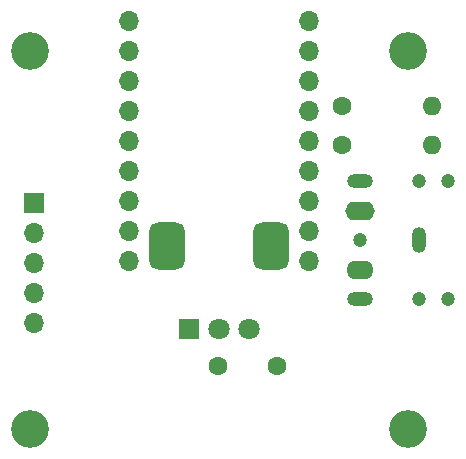
<source format=gbr>
%TF.GenerationSoftware,KiCad,Pcbnew,8.0.7*%
%TF.CreationDate,2025-04-07T14:00:10+01:00*%
%TF.ProjectId,WaveshareDuppaController,57617665-7368-4617-9265-447570706143,rev?*%
%TF.SameCoordinates,Original*%
%TF.FileFunction,Soldermask,Top*%
%TF.FilePolarity,Negative*%
%FSLAX46Y46*%
G04 Gerber Fmt 4.6, Leading zero omitted, Abs format (unit mm)*
G04 Created by KiCad (PCBNEW 8.0.7) date 2025-04-07 14:00:10*
%MOMM*%
%LPD*%
G01*
G04 APERTURE LIST*
G04 Aperture macros list*
%AMRoundRect*
0 Rectangle with rounded corners*
0 $1 Rounding radius*
0 $2 $3 $4 $5 $6 $7 $8 $9 X,Y pos of 4 corners*
0 Add a 4 corners polygon primitive as box body*
4,1,4,$2,$3,$4,$5,$6,$7,$8,$9,$2,$3,0*
0 Add four circle primitives for the rounded corners*
1,1,$1+$1,$2,$3*
1,1,$1+$1,$4,$5*
1,1,$1+$1,$6,$7*
1,1,$1+$1,$8,$9*
0 Add four rect primitives between the rounded corners*
20,1,$1+$1,$2,$3,$4,$5,0*
20,1,$1+$1,$4,$5,$6,$7,0*
20,1,$1+$1,$6,$7,$8,$9,0*
20,1,$1+$1,$8,$9,$2,$3,0*%
G04 Aperture macros list end*
%ADD10C,1.200000*%
%ADD11O,2.200000X1.200000*%
%ADD12O,2.300000X1.600000*%
%ADD13O,1.200000X2.200000*%
%ADD14O,2.500000X1.600000*%
%ADD15C,1.600000*%
%ADD16C,3.200000*%
%ADD17R,1.700000X1.700000*%
%ADD18O,1.700000X1.700000*%
%ADD19O,1.600000X1.600000*%
%ADD20R,1.800000X1.800000*%
%ADD21C,1.800000*%
%ADD22RoundRect,0.750000X0.750000X-1.250000X0.750000X1.250000X-0.750000X1.250000X-0.750000X-1.250000X0*%
G04 APERTURE END LIST*
D10*
%TO.C,J2*%
X86900000Y-75000000D03*
X89400000Y-75000000D03*
X81900000Y-70000000D03*
X86900000Y-65000000D03*
X89400000Y-65000000D03*
D11*
X81900000Y-75000000D03*
D12*
X81900000Y-72500000D03*
D13*
X86900000Y-70000000D03*
D11*
X81900000Y-65000000D03*
D14*
X81900000Y-67500000D03*
%TD*%
D15*
%TO.C,C1*%
X69925000Y-80625000D03*
X74925000Y-80625000D03*
%TD*%
D16*
%TO.C,H3*%
X54000000Y-86000000D03*
%TD*%
%TO.C,H4*%
X86000000Y-86000000D03*
%TD*%
%TO.C,H2*%
X86000000Y-54000000D03*
%TD*%
D17*
%TO.C,J1*%
X54350000Y-66875000D03*
D18*
X54350000Y-69415000D03*
X54350000Y-71955000D03*
X54350000Y-74495000D03*
X54350000Y-77035000D03*
%TD*%
D15*
%TO.C,R3*%
X80400000Y-61925000D03*
D19*
X88020000Y-61925000D03*
%TD*%
D15*
%TO.C,R2*%
X80400000Y-58675000D03*
D19*
X88020000Y-58675000D03*
%TD*%
D20*
%TO.C,RV1*%
X67500000Y-77500000D03*
D21*
X70000000Y-77500000D03*
X72500000Y-77500000D03*
D22*
X65600000Y-70500000D03*
X74400000Y-70500000D03*
%TD*%
D16*
%TO.C,H1*%
X54000000Y-54000000D03*
%TD*%
D18*
%TO.C,U1*%
X77620000Y-51440000D03*
X77620000Y-53980000D03*
X77620000Y-56520000D03*
X77620000Y-59060000D03*
X77620000Y-61600000D03*
X77620000Y-64140000D03*
X77620000Y-66680000D03*
X77620000Y-69220000D03*
X77620000Y-71760000D03*
X62380000Y-71760000D03*
X62380000Y-69220000D03*
X62400000Y-66680000D03*
X62380000Y-64140000D03*
X62380000Y-61600000D03*
X62380000Y-59060000D03*
X62380000Y-56520000D03*
X62380000Y-53980000D03*
X62380000Y-51440000D03*
%TD*%
M02*

</source>
